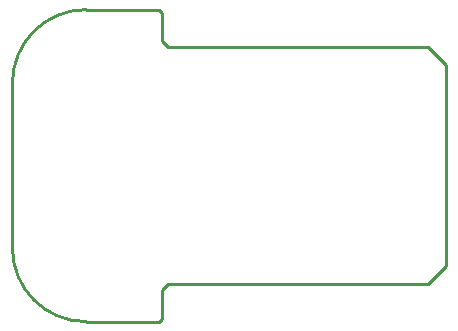
<source format=gbr>
G04 start of page 4 for group 6 idx 6 *
G04 Title: (unknown), outline *
G04 Creator: pcb 20140316 *
G04 CreationDate: Mon Oct 20 11:42:40 2014 UTC *
G04 For: clemi *
G04 Format: Gerber/RS-274X *
G04 PCB-Dimensions (mil): 1470.00 1065.00 *
G04 PCB-Coordinate-Origin: lower left *
%MOIN*%
%FSLAX25Y25*%
%LNOUTLINE*%
%ADD47C,0.0100*%
G54D47*X140000Y92500D02*X146000Y86500D01*
Y19500D01*
X140000Y13500D01*
X53500D01*
X51500Y104000D02*Y94500D01*
X53500Y92500D01*
X140000D01*
X51500Y104000D02*X50500Y105000D01*
X26000D01*
X53500Y13500D02*X51500Y11500D01*
X1500Y80500D02*Y25000D01*
X51500Y11500D02*Y2000D01*
X50500Y1000D01*
X26000D01*
Y105000D02*G75*G03X1500Y80500I0J-24500D01*G01*
X26000Y1000D02*G75*G02X1500Y25500I0J24500D01*G01*
M02*

</source>
